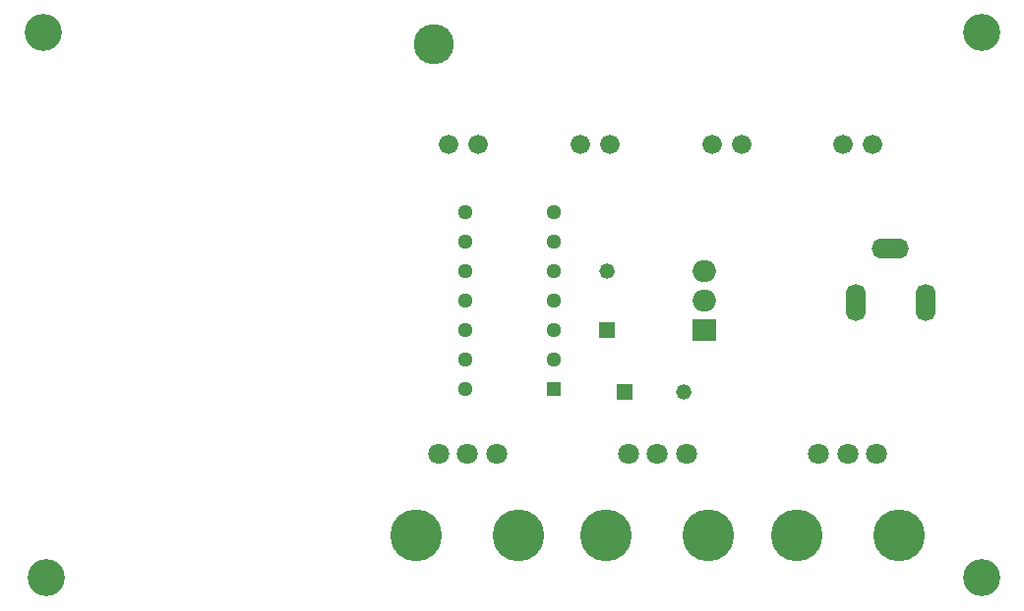
<source format=gbr>
%TF.GenerationSoftware,KiCad,Pcbnew,8.0.4-8.0.4-0~ubuntu22.04.1*%
%TF.CreationDate,2024-07-29T20:28:28-07:00*%
%TF.ProjectId,kraken-pwm-controller,6b72616b-656e-42d7-9077-6d2d636f6e74,rev?*%
%TF.SameCoordinates,Original*%
%TF.FileFunction,Soldermask,Bot*%
%TF.FilePolarity,Negative*%
%FSLAX46Y46*%
G04 Gerber Fmt 4.6, Leading zero omitted, Abs format (unit mm)*
G04 Created by KiCad (PCBNEW 8.0.4-8.0.4-0~ubuntu22.04.1) date 2024-07-29 20:28:28*
%MOMM*%
%LPD*%
G01*
G04 APERTURE LIST*
%ADD10C,1.800000*%
%ADD11C,4.460000*%
%ADD12C,1.676400*%
%ADD13C,3.454400*%
%ADD14O,1.712000X3.220000*%
%ADD15O,3.220000X1.712000*%
%ADD16C,3.200000*%
%ADD17R,1.295400X1.295400*%
%ADD18C,1.295400*%
%ADD19R,1.320800X1.320800*%
%ADD20C,1.320800*%
%ADD21R,2.000000X1.905000*%
%ADD22O,2.000000X1.905000*%
G04 APERTURE END LIST*
D10*
%TO.C,RV1*%
X150242000Y-100076000D03*
X147742000Y-100076000D03*
X145242000Y-100076000D03*
D11*
X152142000Y-107076000D03*
X143342000Y-107076000D03*
%TD*%
D12*
%TO.C,J2*%
X136093800Y-73406000D03*
X138633800Y-73406000D03*
%TD*%
D13*
%TO.C,J4*%
X112097400Y-64770000D03*
D12*
X113367400Y-73406000D03*
X115907400Y-73406000D03*
%TD*%
D14*
%TO.C,J5*%
X148440000Y-87025000D03*
X154440000Y-87025000D03*
D15*
X151440000Y-82325000D03*
%TD*%
D10*
%TO.C,RV3*%
X117522000Y-100076000D03*
X115022000Y-100076000D03*
X112522000Y-100076000D03*
D11*
X119422000Y-107076000D03*
X110622000Y-107076000D03*
%TD*%
D12*
%TO.C,J1*%
X147320000Y-73406000D03*
X149860000Y-73406000D03*
%TD*%
D16*
%TO.C,H4*%
X159258000Y-110744000D03*
%TD*%
D12*
%TO.C,J3*%
X124730600Y-73406000D03*
X127270600Y-73406000D03*
%TD*%
D17*
%TO.C,U4*%
X122428000Y-94488000D03*
D18*
X122428000Y-91948000D03*
X122428000Y-89408000D03*
X122428000Y-86868000D03*
X122428000Y-84328000D03*
X122428000Y-81788000D03*
X122428000Y-79248000D03*
X114808000Y-79248000D03*
X114808000Y-81788000D03*
X114808000Y-84328000D03*
X114808000Y-86868000D03*
X114808000Y-89408000D03*
X114808000Y-91948000D03*
X114808000Y-94488000D03*
%TD*%
D16*
%TO.C,H1*%
X78486000Y-63754000D03*
%TD*%
%TO.C,H2*%
X78740000Y-110744000D03*
%TD*%
D19*
%TO.C,C3*%
X127000000Y-89408000D03*
D20*
X127000000Y-84328000D03*
%TD*%
D21*
%TO.C,U1*%
X135382000Y-89408000D03*
D22*
X135382000Y-86868000D03*
X135382000Y-84328000D03*
%TD*%
D19*
%TO.C,C1*%
X128524000Y-94742000D03*
D20*
X133604000Y-94742000D03*
%TD*%
D16*
%TO.C,H3*%
X159258000Y-63754000D03*
%TD*%
D10*
%TO.C,RV2*%
X133882000Y-100076000D03*
X131382000Y-100076000D03*
X128882000Y-100076000D03*
D11*
X135782000Y-107076000D03*
X126982000Y-107076000D03*
%TD*%
M02*

</source>
